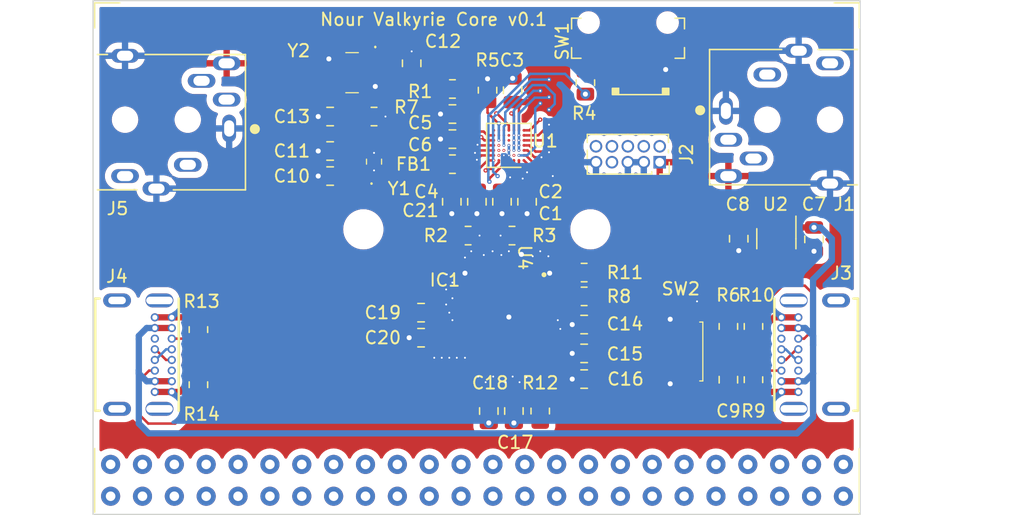
<source format=kicad_pcb>
(kicad_pcb (version 20211014) (generator pcbnew)
  (layers (0 "F.Cu" power) (1 "In1.Cu" signal) (2 "In2.Cu" signal) (31 "B.Cu" power) (34 "B.Paste" user) (35 "F.Paste" user) (36 "B.SilkS" user "B.Silkscreen") (37 "F.SilkS" user "F.Silkscreen") (38 "B.Mask" user) (39 "F.Mask" user) (44 "Edge.Cuts" user))
  (net 0 "")
  (net 1 "VCC")
  (net 2 "GND")
  (net 3 "VBUS")
  (net 8 "Net-(IC1-Pad35)")
  (net 9 "Net-(IC1-Pad46)")
  (net 10 "Net-(IC1-Pad47)")
  (net 12 "/core/VDDA")
  (net 13 "/core/~{RST}")
  (net 14 "/core/OSC32_IN")
  (net 15 "/core/OSC32_OUT")
  (net 16 "/core/OSC_IN")
  (net 17 "Net-(C13-Pad1)")
  (net 18 "/core/LED.SW_GREEN4")
  (net 19 "/core/LED.SW_RED4")
  (net 20 "/core/LED.SW_BLUE4")
  (net 21 "/core/LED.SW_GREEN3")
  (net 22 "/core/LED.SW_RED3")
  (net 23 "/core/LED.SW_BLUE3")
  (net 24 "/core/LED.SW_GREEN2")
  (net 25 "/core/LED.SW_RED2")
  (net 26 "/core/LED.SW_BLUE2")
  (net 27 "/core/LED.SW_GREEN1")
  (net 28 "/core/LED.SW_RED1")
  (net 29 "/core/LED.SW_BLUE1")
  (net 30 "/core/LED.CS_COL1")
  (net 31 "/core/LED.CS_COL2")
  (net 32 "/core/LED.CS_COL3")
  (net 33 "/core/LED.CS_COL4")
  (net 34 "/core/LED.CS_COL5")
  (net 35 "/core/LED.CS_COL6")
  (net 36 "/core/LED.CS_COL7")
  (net 37 "/core/LED.CS_COL8")
  (net 38 "/core/LED.CS_COL9")
  (net 39 "/core/LED.CS_COL10")
  (net 40 "/core/LED.CS_COL11")
  (net 41 "/core/LED.CS_COL12")
  (net 42 "/core/LED.CS_COL13")
  (net 43 "/core/LED.CS_COL14")
  (net 44 "/core/LED.CS_COL15")
  (net 45 "/core/LED.CS_COL16")
  (net 46 "/core/I2C_SDA")
  (net 47 "/core/I2C_SCL")
  (net 48 "/core/USART.RX")
  (net 49 "/core/USART.TX")
  (net 50 "/core/SWDIO")
  (net 51 "/core/SWCLK")
  (net 55 "Net-(J3-PadA5)")
  (net 56 "/core/D+")
  (net 57 "/core/D-")
  (net 59 "Net-(J3-PadB5)")
  (net 61 "/core/VREF+")
  (net 62 "/core/BOOT0")
  (net 63 "/core/OSC_OUT")
  (net 64 "/core/KEY.ROW10")
  (net 65 "/core/KEY.ROW6")
  (net 66 "/core/KEY.ROW8")
  (net 67 "/core/KEY.COL4")
  (net 68 "/core/KEY.ROW7")
  (net 69 "/core/KEY.COL1")
  (net 70 "/core/KEY.COL3")
  (net 71 "/core/KEY.ROW2")
  (net 72 "/core/KEY.COL2")
  (net 73 "/core/KEY.ROW9")
  (net 74 "/core/KEY.ROW4")
  (net 75 "/core/KEY.COL10")
  (net 76 "/core/KEY.ROW5")
  (net 77 "/core/TSC.G1_IO2")
  (net 78 "/core/TSC.G1_IO1")
  (net 79 "/core/KEY.ROW1")
  (net 80 "/core/KEY.COL9")
  (net 81 "/core/KEY.COL8")
  (net 82 "/core/KEY.COL6")
  (net 83 "/core/TSC.G2_IO4")
  (net 84 "/core/TSC.G2_IO1")
  (net 85 "/core/TSC.G1_IO3")
  (net 86 "/core/KEY.COL7")
  (net 87 "/core/KEY.COL5")
  (net 88 "/core/KEY.ROW3")
  (net 89 "/core/TSC.G2_IO3")
  (net 90 "/core/TSC.G2_IO2")
  (net 91 "/core/TSC.G1_IO4")
  (net 94 "Net-(R4-Pad2)")
  (net 95 "Net-(J4-PadA5)")
  (net 96 "Net-(J4-PadB5)")
  (net 97 "Net-(J1-Pad2)")
  (net 98 "Net-(J5-Pad2)")
  (footprint "Capacitor_SMD:C_0805_2012Metric" (layer "F.Cu") (at 108.65 136.05 180)
    (fp_text reference "C6")
    (fp_text value "100nF")
  )
  (footprint "Resistor_SMD:R_0805_2012Metric" (layer "F.Cu") (at 109.9 143.75 180)
    (fp_text reference "R2")
    (fp_text value "4k7")
  )
  (footprint "Resistor_SMD:R_0805_2012Metric" (layer "F.Cu") (at 108.65 138.05)
    (fp_text reference "FB1")
    (fp_text value "FerriteBead" hide)
  )
  (footprint "Resistor_SMD:R_0805_2012Metric" (layer "F.Cu") (at 115.65 157.75 -90)
    (fp_text reference "R12")
    (fp_text value "R" hide)
  )
  (footprint "Resistor_SMD:R_0805_2012Metric" (layer "F.Cu") (at 102.4 134.25 180)
    (fp_text reference "R7")
    (fp_text value "1990")
  )
  (footprint "Nour_KB:GCT_USB4085-GF-A_REVA4" (layer "F.Cu") (at 82.25 153.25 -90)
    (fp_text reference "J4")
    (fp_text value "USB_C_Receptacle_USB2.0")
  )
  (footprint "Resistor_SMD:R_0805_2012Metric" (layer "F.Cu") (at 130.65 151 90)
    (fp_text reference "R6")
    (fp_text value "100K")
  )
  (footprint "MountingHole:MountingHole_2.2mm_M2" (layer "F.Cu") (at 101.55 143.25)
    (fp_text reference "REF**" hide)
    (fp_text value "MountingHole")
  )
  (footprint "Nour_KB:EVQP9102W" (layer "F.Cu") (at 126.8625 153)
    (fp_text reference "SW2")
    (fp_text value "SW_SPST_G" hide)
  )
  (footprint "Capacitor_SMD:C_0805_2012Metric" (layer "F.Cu") (at 108.6 141.05 -90)
    (fp_text reference "C4")
    (fp_text value "10uF")
  )
  (footprint "Resistor_SMD:R_0805_2012Metric" (layer "F.Cu") (at 111.45 132.15 90)
    (fp_text reference "R5")
    (fp_text value "10K")
  )
  (footprint "Nour_KB:ECS801830BAGNTR" (layer "F.Cu") (at 100.65 130.75 180)
    (fp_text reference "Y2")
    (fp_text value "8MHz" hide)
  )
  (footprint "Nour_KB:CSS-1211TB" (layer "F.Cu") (at 122.65 128 180)
    (fp_text reference "SW1")
    (fp_text value "SW_SPDT")
  )
  (footprint "Nour_KB:GCT_USB4085-GF-A_REVA4" (layer "F.Cu") (at 138.9 153.25 90)
    (fp_text reference "J3")
    (fp_text value "USB_C_Receptacle_USB2.0")
  )
  (footprint "Capacitor_SMD:C_0805_2012Metric" (layer "F.Cu") (at 105.4 130 -90)
    (fp_text reference "C12")
    (fp_text value "10pF")
  )
  (footprint "Capacitor_SMD:C_0805_2012Metric" (layer "F.Cu") (at 119.15 155.2 180)
    (fp_text reference "C16")
    (fp_text value "0.1uF")
  )
  (footprint "Nour_KB:Nour_Core" (layer "F.Cu") (at 113.15 145.5 -90)
    (fp_text reference "U4")
    (fp_text value "NourK_Core")
  )
  (footprint "Capacitor_SMD:C_0805_2012Metric" (layer "F.Cu") (at 119.15 150.85 180)
    (fp_text reference "C14")
    (fp_text value "0.47uF")
  )
  (footprint "Nour_KB:QFN40P600X600X80-49N-D" (layer "F.Cu") (at 113.15 150.25 -90)
    (fp_text reference "IC1")
    (fp_text value "IS31FL3733B-QFLS4-TR" hide)
  )
  (footprint "Resistor_SMD:R_0805_2012Metric" (layer "F.Cu") (at 113.4 143.75 180)
    (fp_text reference "R3")
    (fp_text value "4k7")
  )
  (footprint "Capacitor_SMD:C_0805_2012Metric" (layer "F.Cu") (at 111.55 157.75 -90)
    (fp_text reference "C18")
    (fp_text value "0.1uF")
  )
  (footprint "Capacitor_SMD:C_0805_2012Metric" (layer "F.Cu") (at 98.9 134.25 180)
    (fp_text reference "C13")
    (fp_text value "10pF")
  )
  (footprint "Capacitor_SMD:C_0805_2012Metric" (layer "F.Cu") (at 98.9 137 180)
    (fp_text reference "C11")
    (fp_text value "7pF")
  )
  (footprint "Nour_KB:ECS327712TR" (layer "F.Cu") (at 102.4 137.85 90)
    (fp_text reference "Y1")
    (fp_text value "32.768KHz" hide)
  )
  (footprint "Resistor_SMD:R_0805_2012Metric" (layer "F.Cu") (at 108.65 132.05)
    (fp_text reference "R1")
    (fp_text value "10K")
  )
  (footprint "Capacitor_SMD:C_0805_2012Metric" (layer "F.Cu") (at 130.65 155.25 90)
    (fp_text reference "C9")
    (fp_text value "10nF")
  )
  (footprint "Nour_KB:ST_WLCSP-49_Die447" (layer "F.Cu") (at 113.15 136.55 180)
    (fp_text reference "U1")
    (fp_text value "STM32L082CZYx")
  )
  (footprint "Resistor_SMD:R_0805_2012Metric" (layer "F.Cu") (at 119.15 148.6 180)
    (fp_text reference "R8")
    (fp_text value "100K")
  )
  (footprint "MountingHole:MountingHole_2.2mm_M2" (layer "F.Cu") (at 119.65 143.25)
    (fp_text reference "REF**" hide)
    (fp_text value "MountingHole")
  )
  (footprint "Capacitor_SMD:C_0805_2012Metric" (layer "F.Cu") (at 131.474878 144 -90)
    (fp_text reference "C8")
    (fp_text value "1uF")
  )
  (footprint "Capacitor_SMD:C_0805_2012Metric" (layer "F.Cu") (at 106.15 151.9 180)
    (fp_text reference "C20")
    (fp_text value "0.1uF")
  )
  (footprint "Resistor_SMD:R_0805_2012Metric" (layer "F.Cu") (at 132.65 155.25 -90)
    (fp_text reference "R9")
    (fp_text value "5K1")
  )
  (footprint "Capacitor_SMD:C_0805_2012Metric" (layer "F.Cu") (at 119.15 153.15 180)
    (fp_text reference "C15")
    (fp_text value "0.47uF")
  )
  (footprint "Capacitor_SMD:C_0805_2012Metric" (layer "F.Cu") (at 137.474878 144.05 -90)
    (fp_text reference "C7")
    (fp_text value "1uF")
  )
  (footprint "Resistor_SMD:R_0805_2012Metric" (layer "F.Cu") (at 88.4 151.25 -90)
    (fp_text reference "R13")
    (fp_text value "5K1")
  )
  (footprint "Nour_KB:CUI_SJ-435107RS" (layer "F.Cu") (at 135.15 134.5 180)
    (fp_text reference "J1")
    (fp_text value "SJ-435107RS")
  )
  (footprint "Resistor_SMD:R_0805_2012Metric" (layer "F.Cu") (at 88.4 155.65 -90)
    (fp_text reference "R14")
    (fp_text value "5K1")
  )
  (footprint "Capacitor_SMD:C_0805_2012Metric" (layer "F.Cu") (at 106.15 149.9 180)
    (fp_text reference "C19")
    (fp_text value "0.47uF")
  )
  (footprint "Capacitor_SMD:C_0805_2012Metric" (layer "F.Cu") (at 113.55 157.75 -90)
    (fp_text reference "C17")
    (fp_text value "0.47uF")
  )
  (footprint "Resistor_SMD:R_0805_2012Metric" (layer "F.Cu") (at 119.25 131.55 90)
    (fp_text reference "R4")
    (fp_text value "10K")
  )
  (footprint "Capacitor_SMD:C_0805_2012Metric" (layer "F.Cu") (at 112.6 141.05 -90)
    (fp_text reference "C2")
    (fp_text value "100nF")
  )
  (footprint "Capacitor_SMD:C_0805_2012Metric" (layer "F.Cu") (at 110.6 141.05 -90)
    (fp_text reference "C21")
    (fp_text value "100nF")
  )
  (footprint "Capacitor_SMD:C_0805_2012Metric" (layer "F.Cu") (at 113.45 132.15 90)
    (fp_text reference "C3")
    (fp_text value "100nF")
  )
  (footprint "Connector_PinSocket_1.27mm:PinSocket_2x05_P1.27mm_Vertical" (layer "F.Cu") (at 125.175 137.895 -90)
    (fp_text reference "J2")
    (fp_text value "Conn_ARM_JTAG_SWD_10")
  )
  (footprint "Package_TO_SOT_SMD:SOT-23-5" (layer "F.Cu") (at 134.474878 144 -90)
    (fp_text reference "U2")
    (fp_text value "AP2112K-3.3")
  )
  (footprint "Resistor_SMD:R_0805_2012Metric" (layer "F.Cu") (at 132.65 151 -90)
    (fp_text reference "R10")
    (fp_text value "5K1")
  )
  (footprint "Capacitor_SMD:C_0805_2012Metric" (layer "F.Cu") (at 108.65 134.05 180)
    (fp_text reference "C5")
    (fp_text value "1uF")
  )
  (footprint "Capacitor_SMD:C_0805_2012Metric" (layer "F.Cu") (at 114.6 141.05 -90)
    (fp_text reference "C1")
    (fp_text value "100nF")
  )
  (footprint "Nour_KB:CUI_SJ-435107RS" (layer "F.Cu") (at 86.15 134.5)
    (fp_text reference "J5")
    (fp_text value "SJ-435107RS")
  )
  (footprint "Capacitor_SMD:C_0805_2012Metric" (layer "F.Cu") (at 98.9 139 180)
    (fp_text reference "C10")
    (fp_text value "7pF")
  )
  (footprint "Resistor_SMD:R_0805_2012Metric" (layer "F.Cu") (at 119.15 146.7)
    (fp_text reference "R11")
    (fp_text value "100K")
  )
  (gr_rect (start 141.15 125) (end 80 166) (layer "Edge.Cuts") (width 0.1) (fill none))
  (gr_text "Nour Valkyrie Core v0.1" (at 107.15 126.5) (layer "F.SilkS") (effects (font (size 1 1))))
  (segment (start 110.6 138.603656) (end 110.6 140.1) (width 0.2) (layer "F.Cu") (net 1))
  (segment (start 112.55 155.8) (end 111.55 156.8) (width 0.2) (layer "F.Cu") (net 1))
  (segment (start 112.55 153.2) (end 112.55 155.128248) (width 0.2) (layer "F.Cu") (net 1))
  (segment (start 108.977942 150.975) (end 109.102943 150.85) (width 0.2) (layer "F.Cu") (net 1))
  (segment (start 108.11 150.91) (end 107.1 149.9) (width 0.2) (layer "F.Cu") (net 1))
  (segment (start 119.095 152.145) (end 120.1 153.15) (width 0.2) (layer "F.Cu") (net 1))
  (segment (start 108.09 150.91) (end 107.1 151.9) (width 0.2) (layer "F.Cu") (net 1))
  (segment (start 115.25 138.65) (end 115.25 139.45) (width 0.2) (layer "F.Cu") (net 1))
  (segment (start 111.453656 137.75) (end 110.6 138.603656) (width 0.2) (layer "F.Cu") (net 1))
  (segment (start 116.1 152.05) (end 118.9 152.05) (width 0.2) (layer "F.Cu") (net 1))
  (segment (start 116.1 151.65) (end 117.1 151.65) (width 0.2) (layer "F.Cu") (net 1))
  (segment (start 118.9 152.05) (end 119 152.05) (width 0.2) (layer "F.Cu") (net 1))
  (segment (start 112.55 155.8) (end 113.55 156.8) (width 0.2) (layer "F.Cu") (net 1))
  (segment (start 112.425 155.253248) (end 112.425 155.675) (width 0.2) (layer "F.Cu") (net 1))
  (segment (start 113.95 133.6) (end 113.45 133.1) (width 0.2) (layer "F.Cu") (net 1))
  (segment (start 111.95 137.75) (end 111.453656 137.75) (width 0.2) (layer "F.Cu") (net 1))
  (segment (start 117.1 152.45) (end 117.405 152.145) (width 0.2) (layer "F.Cu") (net 1))
  (segment (start 112.55 155.128248) (end 112.425 155.253248) (width 0.2) (layer "F.Cu") (net 1))
  (segment (start 115.25 139.45) (end 114.6 140.1) (width 0.2) (layer "F.Cu") (net 1))
  (segment (start 117.1 151.65) (end 117.35 151.9) (width 0.2) (layer "F.Cu") (net 1))
  (segment (start 108.11 150.91) (end 108.09 150.91) (width 0.2) (layer "F.Cu") (net 1))
  (segment (start 118.9 152.05) (end 119.05 151.9) (width 0.2) (layer "F.Cu") (net 1))
  (segment (start 109.102943 150.85) (end 110.2 150.85) (width 0.2) (layer "F.Cu") (net 1))
  (segment (start 117.35 151.9) (end 119.05 151.9) (width 0.2) (layer "F.Cu") (net 1))
  (segment (start 108.155 150.975) (end 108.977942 150.975) (width 0.2) (layer "F.Cu") (net 1))
  (segment (start 116.1 152.45) (end 117.1 152.45) (width 0.2) (layer "F.Cu") (net 1))
  (segment (start 114.35 137.75) (end 115.25 138.65) (width 0.2) (layer "F.Cu") (net 1))
  (segment (start 112.425 155.675) (end 112.55 155.8) (width 0.2) (layer "F.Cu") (net 1))
  (segment (start 119.05 151.9) (end 120.1 150.85) (width 0.2) (layer "F.Cu") (net 1))
  (segment (start 108.09 150.91) (end 108.155 150.975) (width 0.2) (layer "F.Cu") (net 1))
  (segment (start 113.95 135.35) (end 113.95 133.6) (width 0.2) (layer "F.Cu") (net 1))
  (segment (start 117.405 152.145) (end 119.095 152.145) (width 0.2) (layer "F.Cu") (net 1))
  (segment (start 119 152.05) (end 119.095 152.145) (width 0.2) (layer "F.Cu") (net 1))
  (via blind (at 112.35 137.35) (size 0.22) (drill 0.12) (layers "F.Cu" "In1.Cu") (net 1))
  (via blind (at 111.95 137.75) (size 0.22) (drill 0.12) (layers "F.Cu" "In1.Cu") (net 1))
  (segment (start 135.079634 144) (end 136.474878 144) (width 0.5) (layer "F.Cu") (net 2))
  (segment (start 134.474878 143.395244) (end 135.079634 144) (width 0.5) (layer "F.Cu") (net 2))
  (segment (start 113.75 147.3) (end 113.75 145.65) (width 0.2) (layer "F.Cu") (net 2))
  (segment (start 120.0625 146.7) (end 119.27 147.4925) (width 0.2) (layer "F.Cu") (net 2))
  (segment (start 134.875 150.275) (end 134.2875 150.275) (width 0.5) (layer "F.Cu") (net 2))
  (segment (start 124.8375 153) (end 124.8375 151.6) (width 0.2) (layer "F.Cu") (net 2))
  (segment (start 115.088799 154.561201) (end 115.088799 155.796668) (width 0.2) (layer "F.Cu") (net 2))
  (segment (start 114.555 156.330467) (end 114.555 157.695) (width 0.2) (layer "F.Cu") (net 2))
  (segment (start 102.5 131.85) (end 104.5 131.85) (width 0.3) (layer "F.Cu") (net 2))
  (segment (start 84.925 156.225) (end 86.275 156.225) (width 0.5) (layer "F.Cu") (net 2))
  (segment (start 134.875 156.225) (end 132.7125 156.225) (width 0.5) (layer "F.Cu") (net 2))
  (segment (start 115.65 158.6625) (end 113.5875 158.6625) (width 0.2) (layer "F.Cu") (net 2))
  (segment (start 116.1 150.05) (end 116.105 150.045) (width 0.2) (layer "F.Cu") (net 2))
  (segment (start 86.275 156.225) (end 86.9125 156.225) (width 0.5) (layer "F.Cu") (net 2))
  (segment (start 132.7125 156.225) (end 132.65 156.1625) (width 0.5) (layer "F.Cu") (net 2))
  (segment (start 105.2 149.9) (end 105.2 151.9) (width 0.3) (layer "F.Cu") (net 2))
  (segment (start 104.5 131.85) (end 105.4 130.95) (width 0.3) (layer "F.Cu") (net 2))
  (segment (start 118.2 149.95) (end 118.2 150.85) (width 0.2) (layer "F.Cu") (net 2))
  (segment (start 124.8375 151.6) (end 126.0125 150.425) (width 0.2) (layer "F.Cu") (net 2))
  (segment (start 124.8375 153) (end 124.8375 154.4) (width 0.2) (layer "F.Cu") (net 2))
  (segment (start 110.95 147.3) (end 110.2 147.3) (width 0.2) (layer "F.Cu") (net 2))
  (segment (start 134.474878 143.395244) (end 133.825122 144.045) (width 0.5) (layer "F.Cu") (net 2))
  (segment (start 117.9 149.65) (end 118.2 149.95) (width 0.2) (layer "F.Cu") (net 2))
  (segment (start 115.088799 155.796668) (end 114.555 156.330467) (width 0.2) (layer "F.Cu") (net 2))
  (segment (start 88.3375 150.275) (end 88.4 150.3375) (width 0.5) (layer "F.Cu") (net 2))
  (segment (start 113.75 145.65) (end 114.15 145.25) (width 0.2) (layer "F.Cu") (net 2))
  (segment (start 86.9125 156.225) (end 88.4 154.7375) (width 0.5) (layer "F.Cu") (net 2))
  (segment (start 113.4125 131.2375) (end 113.45 131.2) (width 0.2) (layer "F.Cu") (net 2))
  (segment (start 110.2 147.3) (end 109.65 146.75) (width 0.2) (layer "F.Cu") (net 2))
  (segment (start 113.5875 158.6625) (end 113.55 158.7) (width 0.2) (layer "F.Cu") (net 2))
  (segment (start 116.1 148.05) (end 116.1 147.05) (width 0.2) (layer "F.Cu") (net 2))
  (segment (start 111.45 131.2375) (end 113.4125 131.2375) (width 0.2) (layer "F.Cu") (net 2))
  (segment (start 133.825122 144.045) (end 132.379878 144.045) (width 0.5) (layer "F.Cu") (net 2))
  (segment (start 114.55 154.022401) (end 114.55 153.2) (width 0.2) (layer "F.Cu") (net 2))
  (segment (start 136.225 150.275) (end 134.875 150.275) (width 0.5) (layer "F.Cu") (net 2))
  (segment (start 119.27 149.78) (end 118.2 150.85) (width 0.2) (layer "F.Cu") (net 2))
  (segment (start 107.7 136.05) (end 107.7 134.05) (width 0.2) (layer "F.Cu") (net 2))
  (segment (start 119.27 147.4925) (end 119.27 149.78) (width 0.2) (layer "F.Cu") (net 2))
  (segment (start 117.395 150.045) (end 118.2 150.85) (width 0.2) (layer "F.Cu") (net 2))
  (segment (start 86.275 150.275) (end 88.3375 150.275) (width 0.5) (layer "F.Cu") (net 2))
  (segment (start 124.8375 154.4) (end 126.0125 155.575) (width 0.2) (layer "F.Cu") (net 2))
  (segment (start 84.925 150.275) (end 86.275 150.275) (width 0.5) (layer "F.Cu") (net 2))
  (segment (start 130.7875 154.3) (end 132.65 156.1625) (width 0.5) (layer "F.Cu") (net 2))
  (segment (start 116.105 150.045) (end 117.395 150.045) (width 0.2) (layer "F.Cu") (net 2))
  (segment (start 134.2875 150.275) (end 132.65 151.9125) (width 0.5) (layer "F.Cu") (net 2))
  (segment (start 136.474878 144) (end 137.474878 145) (width 0.5) (layer "F.Cu") (net 2))
  (segment (start 130.65 154.3) (end 130.7875 154.3) (width 0.5) (layer "F.Cu") (net 2))
  (segment (start 114.555 157.695) (end 113.55 158.7) (width 0.2) (layer "F.Cu") (net 2))
  (segment (start 132.379878 144.045) (end 131.474878 144.95) (width 0.5) (layer "F.Cu") (net 2))
  (segment (start 116.1 147.05) (end 116.4 146.75) (width 0.2) (layer "F.Cu") (net 2))
  (segment (start 136.225 156.225) (end 134.875 156.225) (width 0.5) (layer "F.Cu") (net 2))
  (segment (start 115.088799 154.561201) (end 114.55 154.022401) (width 0.2) (layer "F.Cu") (net 2))
  (segment (start 116.1 149.65) (end 117.9 149.65) (width 0.2) (layer "F.Cu") (net 2))
  (segment (start 134.474878 142.8625) (end 134.474878 143.395244) (width 0.5) (layer "F.Cu") (net 2))
  (via (at 118.2 155.2) (size 0.8) (drill 0.4) (layers "F.Cu" "B.Cu") (net 2))
  (via (at 131.474878 144.95) (size 0.8) (drill 0.4) (layers "F.Cu" "B.Cu") (net 2))
  (via (at 114.15 145.25) (size 0.8) (drill 0.4) (layers "F.Cu" "B.Cu") (net 2))
  (via (at 107.7 134.05) (size 0.8) (drill 0.4) (layers "F.Cu" "B.Cu") (net 2))
  (via (at 102.5 131.85) (size 0.8) (drill 0.4) (layers "F.Cu" "B.Cu") (net 2))
  (via (at 116.4 146.75) (size 0.8) (drill 0.4) (layers "F.Cu" "B.Cu") (net 2))
  (via (at 112.6 142) (size 0.8) (drill 0.4) (layers "F.Cu" "B.Cu") (net 2))
  (via (at 113.45 131.2) (size 0.8) (drill 0.4) (layers "F.Cu" "B.Cu") (net 2))
  (via (at 118.2 150.85) (size 0.8) (drill 0.4) (layers "F.Cu" "B.Cu") (net 2))
  (via (at 98.8 129.65) (size 0.8) (drill 0.4) (layers "F.Cu" "B.Cu") (net 2))
  (via (at 111.55 158.7) (size 0.8) (drill 0.4) (layers "F.Cu" "B.Cu") (net 2))
  (via (at 97.95 134.25) (size 0.8) (drill 0.4) (layers "F.Cu" "B.Cu") (net 2))
  (via (at 137.474878 145) (size 0.8) (drill 0.4) (layers "F.Cu" "B.Cu") (net 2))
  (via (at 107.7 136.05) (size 0.8) (drill 0.4) (layers "F.Cu" "B.Cu") (net 2))
  (via (at 126.0125 155.575) (size 0.8) (drill 0.4) (layers "F.Cu" "B.Cu") (net 2))
  (via (at 110.6 142) (size 0.8) (drill 0.4) (layers "F.Cu" "B.Cu") (net 2))
  (via (at 113.15 150.25) (size 0.8) (drill 0.4) (layers "F.Cu" "B.Cu") (net 2))
  (via (at 109.65 146.75) (size 0.8) (drill 0.4) (layers "F.Cu" "B.Cu") (net 2))
  (via (at 97.95 137) (size 0.8) (drill 0.4) (layers "F.Cu" "B.Cu") (net 2))
  (via (at 118.2 153.15) (size 0.8) (drill 0.4) (layers "F.Cu" "B.Cu") (net 2))
  (via (at 108.6 142) (size 0.8) (drill 0.4) (layers "F.Cu" "B.Cu") (net 2))
  (via (at 125.65 130.5) (size 0.8) (drill 0.4) (layers "F.Cu" "B.Cu") (net 2))
  (via (at 113.55 158.7) (size 0.8) (drill 0.4) (layers "F.Cu" "B.Cu") (net 2))
  (via (at 97.95 139) (size 0.8) (drill 0.4) (layers "F.Cu" "B.Cu") (net 2))
  (via (at 105.2 151.9) (size 0.8) (drill 0.4) (layers "F.Cu" "B.Cu") (net 2))
  (via (at 126.0125 150.425) (size 0.8) (drill 0.4) (layers "F.Cu" "B.Cu") (net 2))
  (via (at 114.6 142) (size 0.8) (drill 0.4) (layers "F.Cu" "B.Cu") (net 2))
  (via micro (at 113.15 136.55) (size 0.22) (drill 0.12) (layers "F.Cu" "B.Cu") (net 2))
  (via (at 111.45 131.2375) (size 0.8) (drill 0.4) (layers "F.Cu" "B.Cu") (net 2))
  (segment (start 113.15 136.55) (end 113.15 141.45) (width 0.2) (layer "B.Cu") (net 2))
  (segment (start 113.15 141.45) (end 112.6 142) (width 0.2) (layer "B.Cu") (net 2))
  (segment (start 84.925 151.125) (end 86.275 151.125) (width 0.5) (layer "F.Cu") (net 3))
  (segment (start 84.925 155.375) (end 86.275 155.375) (width 0.5) (layer "F.Cu") (net 3))
  (segment (start 136.225 155.375) (end 134.875 155.375) (width 0.5) (layer "F.Cu") (net 3))
  (segment (start 137.474878 143.1) (end 135.662378 143.1) (width 0.5) (layer "F.Cu") (net 3))
  (segment (start 135.424878 142.329756) (end 134.865122 141.77) (width 0.5) (layer "F.Cu") (net 3))
  (segment (start 135.662378 143.1) (end 135.424878 142.8625) (width 0.5) (layer "F.Cu") (net 3))
  (segment (start 134.084634 141.77) (end 133.524878 142.329756) (width 0.5) (layer "F.Cu") (net 3))
  (segment (start 133.524878 142.329756) (end 133.524878 142.8625) (width 0.5) (layer "F.Cu") (net 3))
  (segment (start 134.865122 141.77) (end 134.084634 141.77) (width 0.5) (layer "F.Cu") (net 3))
  (segment (start 135.424878 142.8625) (end 135.424878 142.329756) (width 0.5) (layer "F.Cu") (net 3))
  (segment (start 136.225 151.125) (end 134.875 151.125) (width 0.5) (layer "F.Cu") (net 3))
  (via (at 137.474878 143.1) (size 0.8) (drill 0.4) (layers "F.Cu" "B.Cu") (net 3))
  (segment (start 136.775 151.125) (end 137.4 151.75) (width 0.5) (layer "B.Cu") (net 3))
  (segment (start 137.4 152.5) (end 137.4 147.25) (width 0.5) (layer "B.Cu") (net 3))
  (segment (start 138.9 145.75) (end 138.9 144) (width 0.5) (layer "B.Cu") (net 3))
  (segment (start 84.43 159.53) (end 136.12 159.53) (width 0.5) (layer "B.Cu") (net 3))
  (segment (start 137.474878 143.1) (end 138 143.1) (width 0.5) (layer "B.Cu") (net 3))
  (segment (start 83.65 158.75) (end 84.43 159.53) (width 0.5) (layer "B.Cu") (net 3))
  (segment (start 137.4 151.75) (end 137.4 152.5) (width 0.5) (layer "B.Cu") (net 3))
  (segment (start 83.65 151.75) (end 84.275 151.125) (width 0.5) (layer "B.Cu") (net 3))
  (segment (start 83.65 154.5) (end 83.65 152) (width 0.5) (layer "B.Cu") (net 3))
  (segment (start 137.4 147.25) (end 138.9 145.75) (width 0.5) (layer "B.Cu") (net 3))
  (segment (start 136.12 159.53) (end 137.4 158.25) (width 0.5) (layer "B.Cu") (net 3))
  (segment (start 83.65 152) (end 83.65 151.75) (width 0.5) (layer "B.Cu") (net 3))
  (segment (start 84.925 155.375) (end 84.275 155.375) (width 0.5) (layer "B.Cu") (net 3))
  (segment (start 84.275 155.375) (end 83.65 154.75) (width 0.5) (layer "B.Cu") (net 3))
  (segment (start 137.4 154.75) (end 136.775 155.375) (width 0.5) (layer "B.Cu") (net 3))
  (segment (start 83.65 154.75) (end 83.65 154.5) (width 0.5) (layer "B.Cu") (net 3))
  (segment (start 138 143.1) (end 138.9 144) (width 0.5) (layer "B.Cu") (net 3))
  (segment (start 136.225 151.125) (end 136.775 151.125) (width 0.5) (layer "B.Cu") (net 3))
  (segment (start 84.275 151.125) (end 84.925 151.125) (width 0.5) (layer "B.Cu") (net 3))
  (segment (start 137.4 158.25) (end 137.4 154.75) (width 0.5) (layer "B.Cu") (net 3))
  (segment (start 83.65 154.5) (end 83.65 158.75) (width 0.5) (layer "B.Cu") (net 3))
  (segment (start 137.4 152.5) (end 137.4 154.75) (width 0.5) (layer "B.Cu") (net 3))
  (segment (start 136.775 155.375) (end 136.225 155.375) (width 0.5) (layer "B.Cu") (net 3))
  (segment (start 114.95 153.2) (end 114.95 153.885) (width 0.2) (layer "F.Cu") (net 8))
  (segment (start 114.95 153.885) (end 115.65 154.585) (width 0.2) (layer "F.Cu") (net 8))
  (segment (start 115.65 154.585) (end 115.65 156.8375) (width 0.2) (layer "F.Cu") (net 8))
  (segment (start 116.1 148.85) (end 117.9875 148.85) (width 0.2) (layer "F.Cu") (net 9))
  (segment (start 117.9875 148.85) (end 118.2375 148.6) (width 0.2) (layer "F.Cu") (net 9))
  (segment (start 118.2375 147.0125) (end 118.2375 146.7) (width 0.2) (layer "F.Cu") (net 10))
  (segment (start 116.8 148.45) (end 118.2375 147.0125) (width 0.2) (layer "F.Cu") (net 10))
  (segment (start 116.1 148.45) (end 116.8 148.45) (width 0.2) (layer "F.Cu") (net 10))
  (segment (start 111.138468 135.445) (end 110.205 135.445) (width 0.2) (layer "F.Cu") (net 12))
  (segment (start 109.6 138.0125) (end 109.5625 138.05) (width 0.2) (layer "F.Cu") (net 12))
  (segment (start 110.205 135.445) (end 109.6 136.05) (width 0.2) (layer "F.Cu") (net 12))
  (segment (start 111.443468 135.75) (end 111.138468 135.445) (width 0.2) (layer "F.Cu") (net 12))
  (segment (start 111.95 135.75) (end 111.443468 135.75) (width 0.2) (layer "F.Cu") (net 12))
  (segment (start 109.6 136.05) (end 109.6 134.05) (width 0.2) (layer "F.Cu") (net 12))
  (segment (start 109.6 136.05) (end 109.6 138.0125) (width 0.2) (layer "F.Cu") (net 12))
  (segment (start 129.2375 150.0875) (end 129.2375 150.5) (width 0.2) (layer "F.Cu") (net 13))
  (segment (start 129.1625 150.425) (end 129.2375 150.5) (width 0.2) (layer "F.Cu") (net 13))
  (segment (start 127.7125 150.425) (end 129.1625 150.425) (width 0.2) (layer "F.Cu") (net 13))
  (segment (start 129.2375 150.5) (end 130.65 151.9125) (width 0.2) (layer "F.Cu") (net 13))
  (segment (start 127.7125 150.425) (end 127.7125 155.575) (width 0.2) (layer "F.Cu") (net 13))
  (segment (start 130.025 155.575) (end 130.65 156.2) (width 0.2) (layer "F.Cu") (net 13))
  (segment (start 127.7125 155.575) (end 130.025 155.575) (width 0.2) (layer "F.Cu") (net 13))
  (segment (start 129.2375 150.0875) (end 128.15 149) (width 0.2) (layer "F.Cu") (net 13))
  (via micro (at 112.75 136.55) (size 0.22) (drill 0.12) (layers "F.Cu" "B.Cu") (net 13))
  (via blind (at 128.149999 148.999599) (size 0.35) (drill 0.15) (layers "F.Cu" "In1.Cu") (net 13))
  (via blind (at 116.35 133.7) (size 0.35) (drill 0.15) (layers "In1.Cu" "B.Cu") (net 13))
  (segment (start 116.038468 131.745) (end 116.805 132.511532) (width 0.2) (layer "B.Cu") (net 13))
  (segment (start 116.805 133.245) (end 116.35 133.7) (width 0.2) (layer "B.Cu") (net 13))
  (segment (start 116.805 132.511532) (end 116.805 133.245) (width 0.2) (layer "B.Cu") (net 13))
  (segment (start 115.028652 131.745) (end 116.038468 131.745) (width 0.2) (layer "B.Cu") (net 13))
  (segment (start 112.861826 134.931642) (end 112.861826 133.911826) (width 0.2) (layer "B.Cu") (net 13))
  (segment (start 112.75 136.55) (end 112.75 135.043468) (width 0.2) (layer "B.Cu") (net 13))
  (segment (start 112.861826 133.911826) (end 115.028652 131.745) (width 0.2) (layer "B.Cu") (net 13))
  (segment (start 112.75 135.043468) (end 112.861826 134.931642) (width 0.2) (layer "B.Cu") (net 13))
  (segment (start 99.85 139) (end 101.95 139) (width 0.3) (layer "F.Cu") (net 14))
  (segment (start 101.95 139) (end 102.4 138.55) (width 0.3) (layer "F.Cu") (net 14))
  (via blind (at 112.35 136.95) (size 0.22) (drill 0.12) (layers "F.Cu" "In1.Cu") (net 14))
  (via blind (at 102.4 138.55) (size 0.35) (drill 0.15) (layers "F.Cu" "In1.Cu") (net 14))
  (segment (start 110.645 136.955) (end 110.45 137.15) (width 0.2) (layer "F.Cu") (net 15))
  (segment (start 100 137.15) (end 99.85 137) (width 0.3) (layer "F.Cu") (net 15))
  (segment (start 111.95 136.95) (end 111.945 136.955) (width 0.2) (layer "F.Cu") (net 15))
  (segment (start 111.945 136.955) (end 110.645 136.955) (width 0.2) (layer "F.Cu") (net 15))
  (segment (start 102.4 137.15) (end 100 137.15) (width 0.3) (layer "F.Cu") (net 15))
  (via blind (at 102.4 137.15) (size 0.35) (drill 0.15) (layers "F.Cu" "In1.Cu") (net 15))
  (via blind (at 110.45 137.15) (size 0.35) (drill 0.15) (layers "F.Cu" "In1.Cu") (net 15))
  (segment (start 104.8 129.65) (end 105.4 129.05) (width 0.3) (layer "F.Cu") (net 16))
  (segment (start 102.5 129.65) (end 104.8 129.65) (width 0.3) (layer "F.Cu") (net 16))
  (via blind (at 105.4 129.05) (size 0.35) (drill 0.15) (layers "F.Cu" "In1.Cu") (net 16))
  (via blind (at 112.35 136.55) (size 0.22) (drill 0.12) (layers "F.Cu" "In1.Cu") (net 16))
  (segment (start 99.85 134.25) (end 99.85 132.9) (width 0.3) (layer "F.Cu") (net 17))
  (segment (start 101.4875 134.25) (end 99.85 134.25) (width 0.3) (layer "F.Cu") (net 17))
  (segment (start 99.85 132.9) (end 98.8 131.85) (width 0.3) (layer "F.Cu") (net 17))
  (segment (start 115.4806 146.314914) (end 115.310086 146.314914) (width 0.2) (layer "F.Cu") (net 18))
  (segment (start 114.95 146.675) (end 114.95 147.3) (width 0.2) (layer "F.Cu") (net 18))
  (segment (start 116.3 145.495514) (end 115.4806 146.314914) (width 0.2) (layer "F.Cu") (net 18))
  (segment (start 115.310086 146.314914) (end 114.95 146.675) (width 0.2) (layer "F.Cu") (net 18))
  (segment (start 116.3 145.4) (end 116.3 145.495514) (width 0.2) (layer "F.Cu") (net 18))
  (via blind (at 116.3 145.4) (size 0.35) (drill 0.15) (layers "F.Cu" "In2.Cu") (net 18))
  (segment (start 115.314914 145.914914) (end 115.65 145.579828) (width 0.2) (layer "F.Cu") (net 19))
  (segment (start 114.55 146.509314) (end 115.1444 145.914914) (width 0.2) (layer "F.Cu") (net 19))
  (segment (start 115.1444 145.914914) (end 115.314914 145.914914) (width 0.2) (layer "F.Cu") (net 19))
  (segment (start 115.65 145.579828) (end 115.65 145) (width 0.2) (layer "F.Cu") (net 19))
  (segment (start 114.55 147.3) (end 114.55 146.509314) (width 0.2) (layer "F.Cu") (net 19))
  (via blind (at 115.65 145) (size 0.35) (drill 0.15) (layers "F.Cu" "In2.Cu") (net 19))
  (segment (start 115.05 145.4) (end 114.98995 145.4) (width 0.2) (layer "F.Cu") (net 20))
  (segment (start 114.98995 145.4) (end 114.15 146.23995) (width 0.2) (layer "F.Cu") (net 20))
  (segment (start 114.15 146.23995) (end 114.15 147.3) (width 0.2) (layer "F.Cu") (net 20))
  (via blind (at 115.05 145.4) (size 0.35) (drill 0.15) (layers "F.Cu" "In2.Cu") (net 20))
  (segment (start 113.35 145.2) (end 113.35 147.3) (width 0.2) (layer "F.Cu") (net 21))
  (segment (start 113.15 145) (end 113.35 145.2) (width 0.2) (layer "F.Cu") (net 21))
  (via blind (at 113.15 145) (size 0.35) (drill 0.15) (layers "F.Cu" "In2.Cu") (net 21))
  (segment (start 112.95 145.65) (end 112.95 147.3) (width 0.2) (layer "F.Cu") (net 22))
  (segment (start 112.6 145.3) (end 112.55 145.3) (width 0.2) (layer "F.Cu") (net 22))
  (segment (start 112.95 145.65) (end 112.6 145.3) (width 0.2) (layer "F.Cu") (net 22))
  (via blind (at 112.55 145.3) (size 0.35) (drill 0.15) (layers "F.Cu" "In2.Cu") (net 22))
  (segment (start 112.55 146) (end 111.85 145.3) (width 0.2) (layer "F.Cu") (net 23))
  (segment (start 112.55 146) (end 112.55 147.3) (width 0.2) (layer "F.Cu") (net 23))
  (segment (start 111.85 145.3) (end 111.85 145) (width 0.2) (layer "F.Cu") (net 23))
  (via blind (at 111.85 145) (size 0.35) (drill 0.15) (layers "F.Cu" "In2.Cu") (net 23))
  (segment (start 112.15 147.3) (end 112.15 146.25) (width 0.2) (layer "F.Cu") (net 24))
  (segment (start 111.2 145.3) (end 111.15 145.3) (width 0.2) (layer "F.Cu") (net 24))
  (segment (start 112.15 146.25) (end 111.2 145.3) (width 0.2) (layer "F.Cu") (net 24))
  (via blind (at 111.15 145.3) (size 0.35) (drill 0.15) (layers "F.Cu" "In2.Cu") (net 24))
  (segment (start 111.340686 146.1) (end 111.25 146.1) (width 0.2) (layer "F.Cu") (net 25))
  (segment (start 111.75 146.509314) (end 111.340686 146.1) (width 0.2) (layer "F.Cu") (net 25))
  (segment (start 111.75 147.3) (end 111.75 146.509314) (width 0.2) (layer "F.Cu") (net 25))
  (segment (start 111.25 146.1) (end 110.15 145) (width 0.2) (layer "F.Cu") (net 25))
  (via blind (at 110.15 145) (size 0.35) (drill 0.15) (layers "F.Cu" "In2.Cu") (net 25))
  (segment (start 110.65 146.5) (end 111.15 146.5) (width 0.2) (layer "F.Cu") (net 26))
  (segment (start 111.35 147.3) (end 111.35 146.7) (width 0.2) (layer "F.Cu") (net 26))
  (segment (start 109.65 145.5) (end 110.65 146.5) (width 0.2) (layer "F.Cu") (net 26))
  (segment (start 111.35 146.7) (end 111.15 146.5) (width 0.2) (layer "F.Cu") (net 26))
  (via blind (at 109.65 145.5) (size 0.35) (drill 0.15) (layers "F.Cu" "In2.Cu") (net 26))
  (segment (start 108.2 146.85) (end 108.675 146.85) (width 0.2) (layer "F.Cu") (net 27))
  (segment (start 109.875 148.05) (end 110.2 148.05) (width 0.2) (layer "F.Cu") (net 27))
  (segment (start 108.675 146.85) (end 109.875 148.05) (width 0.2) (layer "F.Cu") (net 27))
  (via blind (at 108.2 146.85) (size 0.35) (drill 0.15) (layers "F.Cu" "In2.Cu") (net 27))
  (segment (start 108.912744 147.75) (end 108.9 147.75) (width 0.2) (layer "F.Cu") (net 28))
  (segment (start 108.9 147.75) (end 108.65 147.5) (width 0.2) (layer "F.Cu") (net 28))
  (segment (start 110.2 148.45) (end 109.612744 148.45) (width 0.2) (layer "F.Cu") (net 28))
  (segment (start 109.612744 148.45) (end 108.912744 147.75) (width 0.2) (layer "F.Cu") (net 28))
  (via blind (at 108.65 147.5) (size 0.35) (drill 0.15) (layers "F.Cu" "In2.Cu") (net 28))
  (segment (start 108.948529 148.351471) (end 108.698529 148.101471) (width 0.2) (layer "F.Cu") (net 29))
  (segment (start 108.15 148.05) (end 108.634314 148.05) (width 0.2) (layer "F.Cu") (net 29))
  (segment (start 108.634314 148.05) (end 108.692157 148.107843) (width 0.2) (layer "F.Cu") (net 29))
  (segment (start 108.872058 148.275) (end 108.698529 148.101471) (width 0.2) (layer "F.Cu") (net 29))
  (segment (start 110.2 148.85) (end 109.447058 148.85) (width 0.2) (layer "F.Cu") (net 29))
  (segment (start 109.447058 148.85) (end 108.948529 148.351471) (width 0.2) (layer "F.Cu") (net 29))
  (via blind (at 108.15 148.05) (size 0.35) (drill 0.15) (layers "F.Cu" "In2.Cu") (net 29))
  (segment (start 110.2 149.25) (end 109.281372 149.25) (width 0.2) (layer "F.Cu") (net 30))
  (segment (start 108.781372 148.75) (end 108.65 148.75) (width 0.2) (layer "F.Cu") (net 30))
  (segment (start 109.281372 149.25) (end 108.781372 148.75) (width 0.2) (layer "F.Cu") (net 30))
  (via blind (at 108.65 148.75) (size 0.35) (drill 0.15) (layers "F.Cu" "In2.Cu") (net 30))
  (segment (start 108.715686 149.25) (end 108.15 149.25) (width 0.2) (layer "F.Cu") (net 31))
  (segment (start 110.2 149.65) (end 109.115686 149.65) (width 0.2) (layer "F.Cu") (net 31))
  (segment (start 109.115686 149.65) (end 108.715686 149.25) (width 0.2) (layer "F.Cu") (net 31))
  (via blind (at 108.15 149.25) (size 0.35) (drill 0.15) (layers "F.Cu" "In2.Cu") (net 31))
  (segment (start 108.8 149.9) (end 108.4 149.9) (width 0.2) (layer "F.Cu") (net 32))
  (segment (start 110.2 150.05) (end 108.95 150.05) (width 0.2) (layer "F.Cu") (net 32))
  (segment (start 108.95 150.05) (end 108.8 149.9) (width 0.2) (layer "F.Cu") (net 32))
  (via blind (at 108.4 149.9) (size 0.35) (drill 0.15) (layers "F.Cu" "In2.Cu") (net 32))
  (segment (start 110.2 150.45) (end 108.7 150.45) (width 0.2) (layer "F.Cu") (net 33))
  (segment (start 108.7 150.45) (end 108.65 150.5) (width 0.2) (layer "F.Cu") (net 33))
  (via blind (at 108.65 150.5) (size 0.35) (drill 0.15) (layers "F.Cu" "In2.Cu") (net 33))
  (segment (start 107.2 153.35) (end 107.2 153.5) (width 0.2) (layer "F.Cu") (net 34))
  (segment (start 109.3 151.25) (end 107.2 153.35) (width 0.2) (layer "F.Cu") (net 34))
  (segment (start 110.2 151.25) (end 109.3 151.25) (width 0.2) (layer "F.Cu") (net 34))
  (via blind (at 107.2 153.5) (size 0.35) (drill 0.15) (layers "F.Cu" "In2.Cu") (net 34))
  (segment (start 109.475 151.65) (end 107.8 153.325) (width 0.2) (layer "F.Cu") (net 35))
  (segment (start 110.2 151.65) (end 109.475 151.65) (width 0.2) (layer "F.Cu") (net 35))
  (segment (start 107.8 153.325) (end 107.8 153.5) (width 0.2) (layer "F.Cu") (net 35))
  (via blind (at 107.8 153.5) (size 0.35) (drill 0.15) (layers "F.Cu" "In2.Cu") (net 35))
  (segment (start 109.640686 152.05) (end 108.4 153.290686) (width 0.2) (layer "F.Cu") (net 36))
  (segment (start 108.4 153.290686) (end 108.4 153.5) (width 0.2) (layer "F.Cu") (net 36))
  (segment (start 110.2 152.05) (end 109.640686 152.05) (width 0.2) (layer "F.Cu") (net 36))
  (via blind (at 108.4 153.5) (size 0.35) (drill 0.15) (layers "F.Cu" "In2.Cu") (net 36))
  (segment (start 110.2 152.45) (end 109.95 152.45) (width 0.2) (layer "F.Cu") (net 37))
  (segment (start 109 153.4) (end 109 153.5) (width 0.2) (layer "F.Cu") (net 37))
  (segment (start 109.95 152.45) (end 109 153.4) (width 0.2) (layer "F.Cu") (net 37))
  (via blind (at 109 153.5) (size 0.35) (drill 0.15) (layers "F.Cu" "In2.Cu") (net 37))
  (segment (start 109.95 153.2) (end 109.65 153.5) (width 0.2) (layer "F.Cu") (net 38))
  (segment (start 110.95 153.2) (end 109.95 153.2) (width 0.2) (layer "F.Cu") (net 38))
  (via blind (at 109.65 153.5) (size 0.35) (drill 0.15) (layers "F.Cu" "In2.Cu") (net 38))
  (segment (start 111.35 153.2) (end 111.35 154.25) (width 0.2) (layer "F.Cu") (net 39))
  (segment (start 111.35 154.25) (end 110.7 154.9) (width 0.2) (layer "F.Cu") (net 39))
  (segment (start 110.7 154.9) (end 110.7 155) (width 0.2) (layer "F.Cu") (net 39))
  (via blind (at 110.7 155) (size 0.35) (drill 0.15) (layers "F.Cu" "In2.Cu") (net 39))
  (segment (start 111.75 153.2) (end 111.75 154.45) (width 0.2) (layer "F.Cu") (net 40))
  (segment (start 111.75 154.45) (end 111.3 154.9) (width 0.2) (layer "F.Cu") (net 40))
  (segment (start 111.3 154.9) (end 111.3 155.45) (width 0.2) (layer "F.Cu") (net 40))
  (via blind (at 111.3 155.45) (size 0.35) (drill 0.15) (layers "F.Cu" "In2.Cu") (net 40))
  (segment (start 112.15 154.75) (end 111.9 155) (width 0.2) (layer "F.Cu") (net 41))
  (segment (start 112.15 153.2) (end 112.15 154.75) (width 0.2) (layer "F.Cu") (net 41))
  (via blind (at 111.9 155) (size 0.35) (drill 0.15) (layers "F.Cu" "In2.Cu") (net 41))
  (segment (start 112.95 155.4) (end 112.9 155.45) (width 0.2) (layer "F.Cu") (net 42))
  (segment (start 112.95 153.2) (end 112.95 155.4) (width 0.2) (layer "F.Cu") (net 42))
  (via blind (at 112.9 155.45) (size 0.35) (drill 0.15) (layers "F.Cu" "In2.Cu") (net 42))
  (segment (start 113.35 154.9) (end 113.45 155) (width 0.2) (layer "F.Cu") (net 43))
  (segment (start 113.35 153.2) (end 113.35 154.9) (width 0.2) (layer "F.Cu") (net 43))
  (via blind (at 113.45 155) (size 0.35) (drill 0.15) (layers "F.Cu" "In2.Cu") (net 43))
  (segment (start 114 154.878248) (end 114 155.45) (width 0.2) (layer "F.Cu") (net 44))
  (segment (start 113.75 153.2) (end 113.75 154.628248) (width 0.2) (layer "F.Cu") (net 44))
  (segment (start 113.75 154.628248) (end 114 154.878248) (width 0.2) (layer "F.Cu") (net 44))
  (via blind (at 114 155.45) (size 0.35) (drill 0.15) (layers "F.Cu" "In2.Cu") (net 44))
  (segment (start 114.15 154.462562) (end 114.55 154.862562) (width 0.2) (layer "F.Cu") (net 45))
  (segment (start 114.55 154.862562) (end 114.55 155.05) (width 0.2) (layer "F.Cu") (net 45))
  (segment (start 114.15 153.2) (end 114.15 154.462562) (width 0.2) (layer "F.Cu") (net 45))
  (via blind (at 114.55 155.05) (size 0.35) (drill 0.15) (layers "F.Cu" "In2.Cu") (net 45))
  (segment (start 116.756532 150.85) (end 117.106532 151.2) (width 0.2) (layer "F.Cu") (net 46))
  (segment (start 116.1 150.85) (end 116.756532 150.85) (width 0.2) (layer "F.Cu") (net 46))
  (segment (start 117.106532 151.2) (end 117.25 151.2) (width 0.2) (layer "F.Cu") (net 46))
  (via blind (at 113.55 137.35) (size 0.22) (drill 0.12) (layers "F.Cu" "In1.Cu") (net 46))
  (via blind (at 112.4875 143.75) (size 0.35) (drill 0.15) (layers "F.Cu" "In1.Cu") (net 46))
  (via blind (at 117.25 151.2) (size 0.35) (drill 0.15) (layers "F.Cu" "In1.Cu") (net 46))
  (segment (start 116.1 150.45) (end 117 150.45) (width 0.2) (layer "F.Cu") (net 47))
  (segment (start 117 150.45) (end 117.05 150.5) (width 0.2) (layer "F.Cu") (net 47))
  (via blind (at 112.75 136.95) (size 0.22) (drill 0.12) (layers "F.Cu" "In2.Cu") (net 47))
  (via blind (at 117.05 150.5) (size 0.35) (drill 0.15) (layers "F.Cu" "In1.Cu") (net 47))
  (via blind (at 110.8125 143.75) (size 0.35) (drill 0.15) (layers "F.Cu" "In1.Cu") (net 47))
  (via micro (at 113.55 136.95) (size 0.22) (drill 0.12) (layers "F.Cu" "B.Cu") (net 48))
  (via blind (at 115.65 132.2) (size 0.35) (drill 0.15) (layers "In1.Cu" "B.Cu") (net 48))
  (segment (start 113.55 136.95) (end 113.55 133.761054) (width 0.2) (layer "B.Cu") (net 48))
  (segment (start 115.111054 132.2) (end 115.65 132.2) (width 0.2) (layer "B.Cu") (net 48))
  (segment (start 113.55 133.761054) (end 115.111054 132.2) (width 0.2) (layer "B.Cu") (net 48))
  (via blind (at 113.15 137.35) (size 0.22) (drill 0.12) (layers "F.Cu" "In1.Cu") (net 49))
  (via blind (at 112.25 139) (size 0.35) (drill 0.15) (layers "In1.Cu" "B.Cu") (net 49))
  (via blind (at 116.35 131.3) (size 0.35) (drill 0.15) (layers "In1.Cu" "B.Cu") (net 49))
  (segment (start 111.895 134.34125) (end 111.895 138.645) (width 0.2) (layer "B.Cu") (net 49))
  (segment (start 116.35 131.3) (end 114.936251 131.3) (width 0.2) (layer "B.Cu") (net 49))
  (segment (start 114.936251 131.3) (end 111.895 134.34125) (width 0.2) (layer "B.Cu") (net 49))
  (segment (start 111.895 138.645) (end 112.25 139) (width 0.2) (layer "B.Cu") (net 49))
  (via micro (at 113.95 136.95) (size 0.22) (drill 0.12) (layers "F.Cu" "B.Cu") (net 50))
  (via blind (at 116.35 132.7) (size 0.35) (drill 0.15) (layers "In1.Cu" "B.Cu") (net 50))
  (segment (start 116.305 132.745) (end 116.35 132.7) (width 0.2) (layer "B.Cu") (net 50))
  (segment (start 113.95 136.95) (end 113.95 134.006532) (width 0.2) (layer "B.Cu") (net 50))
  (segment (start 115.211532 132.745) (end 116.305 132.745) (width 0.2) (layer "B.Cu") (net 50))
  (segment (start 113.95 134.006532) (end 115.211532 132.745) (width 0.2) (layer "B.Cu") (net 50))
  (via micro (at 113.95 137.35) (size 0.22) (drill 0.12) (layers "F.Cu" "B.Cu") (net 51))
  (via blind (at 115.65 133.2) (size 0.35) (drill 0.15) (layers "In1.Cu" "B.Cu") (net 51))
  (segment (start 115.65 133.2) (end 115.25 133.6) (width 0.2) (layer "B.Cu") (net 51))
  (segment (start 115.25 133.6) (end 115.25 136.7) (width 0.2) (layer "B.Cu") (net 51))
  (segment (start 114.6 137.35) (end 113.95 137.35) (width 0.2) (layer "B.Cu") (net 51))
  (segment (start 115.25 136.7) (end 114.6 137.35) (width 0.2) (layer "B.Cu") (net 51))
  (segment (start 132.8375 154.525) (end 132.65 154.3375) (width 0.2) (layer "F.Cu") (net 55))
  (segment (start 134.875 154.525) (end 132.8375 154.525) (width 0.2) (layer "F.Cu") (net 55))
  (segment (start 116.155563 139) (end 116.65 139) (width 0.2) (layer "F.Cu") (net 56))
  (segment (start 136.225 152.825) (end 136.075 152.825) (width 0.2) (layer "F.Cu") (net 56))
  (segment (start 114.35 137.35) (end 114.505563 137.35) (width 0.2) (layer "F.Cu") (net 56))
  (segment (start 135.225 153.675) (end 134.875 153.675) (width 0.2) (layer "F.Cu") (net 56))
  (segment (start 114.505563 137.35) (end 116.155563 139) (width 0.2) (layer "F.Cu") (net 56))
  (segment (start 136.075 152.825) (end 135.225 153.675) (width 0.2) (layer "F.Cu") (net 56))
  (via blind (at 116.65 139) (size 0.35) (drill 0.15) (layers "F.Cu" "In1.Cu") (net 56))
  (segment (start 84.925 153.675) (end 84.975 153.675) (width 0.2) (layer "B.Cu") (net 56))
  (segment (start 84.975 153.675) (end 85.825 152.825) (width 0.2) (layer "B.Cu") (net 56))
  (segment (start 85.825 152.825) (end 86.275 152.825) (width 0.2) (layer "B.Cu") (net 56))
  (segment (start 84.975 152.825) (end 85.825 153.675) (width 0.2) (layer "F.Cu") (net 57))
  (segment (start 85.825 153.675) (end 86.275 153.675) (width 0.2) (layer "F.Cu") (net 57))
  (segment (start 84.925 152.825) (end 84.975 152.825) (width 0.2) (layer "F.Cu") (net 57))
  (via blind (at 113.95 136.55) (size 0.22) (drill 0.12) (layers "F.Cu" "In1.Cu") (net 57))
  (segment (start 135.225 152.825) (end 134.875 152.825) (width 0.2) (layer "B.Cu") (net 57))
  (segment (start 136.075 153.675) (end 135.225 152.825) (width 0.2) (layer "B.Cu") (net 57))
  (segment (start 136.225 153.675) (end 136.075 153.675) (width 0.2) (layer "B.Cu") (net 57))
  (segment (start 136.684619 151.975) (end 136.225 151.975) (width 0.2) (layer "F.Cu") (net 59))
  (segment (start 137.5 148.5) (end 137.5 151.159619) (width 0.2) (layer "F.Cu") (net 59))
  (segment (start 134.9875 147.75) (end 136.75 147.75) (width 0.2) (layer "F.Cu") (net 59))
  (segment (start 137.5 151.159619) (end 136.684619 151.975) (width 0.2) (layer "F.Cu") (net 59))
  (segment (start 136.75 147.75) (end 137.5 148.5) (width 0.2) (layer "F.Cu") (net 59))
  (segment (start 132.65 150.0875) (end 134.9875 147.75) (width 0.2) (layer "F.Cu") (net 59))
  (segment (start 110.4375 132.05) (end 111.45 133.0625) (width 0.2) (layer "F.Cu") (net 61))
  (segment (start 112.35 134.8) (end 112.306532 134.8) (width 0.2) (layer "F.Cu") (net 61))
  (segment (start 112.306532 134.8) (end 111.45 133.943468) (width 0.2) (layer "F.Cu") (net 61))
  (segment (start 109.5625 132.05) (end 110.4375 132.05) (width 0.2) (layer "F.Cu") (net 61))
  (segment (start 111.45 133.943468) (end 111.45 133.0625) (width 0.2) (layer "F.Cu") (net 61))
  (via blind (at 112.35 134.8) (size 0.35) (drill 0.15) (layers "F.Cu" "B.Cu") (net 61))
  (via micro (at 112.35 136.15) (size 0.22) (drill 0.12) (layers "F.Cu" "B.Cu") (net 61))
  (segment (start 112.35 134.8) (end 112.35 136.15) (width 0.2) (layer "B.Cu") (net 61))
  (segment (start 111.6 139.192965) (end 111.6 139.45) (width 0.2) (layer "F.Cu") (net 62))
  (segment (start 112.75 138.042965) (end 111.6 139.192965) (width 0.2) (layer "F.Cu") (net 62))
  (segment (start 112.75 137.75) (end 112.75 138.042965) (width 0.2) (layer "F.Cu") (net 62))
  (via (at 119.25 132.4625) (size 0.8) (drill 0.4) (layers "F.Cu" "B.Cu") (net 62))
  (via blind (at 111.6 139.45) (size 0.35) (drill 0.15) (layers "F.Cu" "B.Cu") (net 62))
  (segment (start 114.853848 130.845) (end 111.515 134.183849) (width 0.2) (layer "B.Cu") (net 62))
  (segment (start 111.515 139.365) (end 111.6 139.45) (width 0.2) (layer "B.Cu") (net 62))
  (segment (start 111.515 134.183849) (end 111.515 139.365) (width 0.2) (layer "B.Cu") (net 62))
  (segment (start 117.6325 130.845) (end 114.853848 130.845) (width 0.2) (layer "B.Cu") (net 62))
  (segment (start 119.25 132.4625) (end 117.6325 130.845) (width 0.2) (layer "B.Cu") (net 62))
  (segment (start 110.7 136.55) (end 110.65 136.5) (width 0.2) (layer "F.Cu") (net 63))
  (segment (start 111.95 136.55) (end 110.7 136.55) (width 0.2) (layer "F.Cu") (net 63))
  (via blind (at 110.65 136.5) (size 0.35) (drill 0.15) (layers "F.Cu" "In1.Cu") (net 63))
  (via blind (at 103.3125 134.25) (size 0.35) (drill 0.15) (layers "F.Cu" "In1.Cu") (net 63))
  (via blind (at 113.95 136.15) (size 0.22) (drill 0.12) (layers "F.Cu" "In1.Cu") (net 64))
  (segment (start 113.95 138.05) (end 114.6 138.7) (width 0.2) (layer "F.Cu") (net 65))
  (segment (start 113.95 137.75) (end 113.95 138.05) (width 0.2) (layer "F.Cu") (net 65))
  (via blind (at 114.6 138.7) (size 0.35) (drill 0.15) (layers "F.Cu" "In2.Cu") (net 65))
  (segment (start 114.642964 136.95) (end 115.192964 137.5) (width 0.2) (layer "F.Cu") (net 66))
  (segment (start 115.192964 137.5) (end 115.75 137.5) (width 0.2) (layer "F.Cu") (net 66))
  (segment (start 114.35 136.95) (end 114.642964 136.95) (width 0.2) (layer "F.Cu") (net 66))
  (via blind (at 115.75 137.5) (size 0.35) (drill 0.15) (layers "F.Cu" "In2.Cu") (net 66))
  (via blind (at 113.55 135.75) (size 0.22) (drill 0.12) (layers "F.Cu" "In1.Cu") (net 67))
  (segment (start 113.55 138.187402) (end 114.131299 138.768701) (width 0.2) (layer "F.Cu") (net 68))
  (segment (start 113.55 137.75) (end 113.55 138.187402) (width 0.2) (layer "F.Cu") (net 68))
  (segment (start 114.131299 139.081299) (end 114.25 139.2) (width 0.2) (layer "F.Cu") (net 68))
  (segment (start 114.131299 138.768701) (end 114.131299 139.081299) (width 0.2) (layer "F.Cu") (net 68))
  (via blind (at 114.25 139.2) (size 0.35) (drill 0.15) (layers "F.Cu" "In2.Cu") (net 68))
  (segment (start 113.55 134.2) (end 113.55 135.35) (width 0.2) (layer "F.Cu") (net 69))
  (segment (start 113.35 134) (end 113.55 134.2) (width 0.2) (layer "F.Cu") (net 69))
  (via blind (at 113.35 134) (size 0.35) (drill 0.15) (layers "F.Cu" "In2.Cu") (net 69))
  (segment (start 112.193468 134) (end 112.15 134) (width 0.2) (layer "F.Cu") (net 70))
  (segment (start 113.15 135.35) (end 113.15 134.956532) (width 0.2) (layer "F.Cu") (net 70))
  (segment (start 113.15 134.956532) (end 112.193468 134) (width 0.2) (layer "F.Cu") (net 70))
  (via blind (at 112.15 134) (size 0.35) (drill 0.15) (layers "F.Cu" "In2.Cu") (net 70))
  (segment (start 113.25 138.424803) (end 113.25 139.1) (width 0.2) (layer "F.Cu") (net 71))
  (segment (start 113.25 138.424803) (end 113.15 138.324803) (width 0.2) (layer "F.Cu") (net 71))
  (segment (start 113.15 137.75) (end 113.15 138.324803) (width 0.2) (layer "F.Cu") (net 71))
  (via blind (at 113.25 139.1) (size 0.35) (drill 0.15) (layers "F.Cu" "In2.Cu") (net 71))
  (via blind (at 113.95 135.75) (size 0.22) (drill 0.12) (layers "F.Cu" "In1.Cu") (net 72))
  (via blind (at 113.55 136.55) (size 0.22) (drill 0.12) (layers "F.Cu" "In2.Cu") (net 73))
  (via blind (at 112.75 137.35) (size 0.22) (drill 0.12) (layers "F.Cu" "In1.Cu") (net 74))
  (segment (start 115.5 135.75) (end 116.35 134.9) (width 0.2) (layer "F.Cu") (net 75))
  (segment (start 114.35 135.75) (end 115.5 135.75) (width 0.2) (layer "F.Cu") (net 75))
  (via blind (at 116.35 134.9) (size 0.35) (drill 0.15) (layers "F.Cu" "In2.Cu") (net 75))
  (segment (start 111.95 136.15) (end 111.2 136.15) (width 0.2) (layer "F.Cu") (net 76))
  (segment (start 111.2 136.15) (end 110.95 135.9) (width 0.2) (layer "F.Cu") (net 76))
  (via blind (at 110.95 135.9) (size 0.35) (drill 0.15) (layers "F.Cu" "In2.Cu") (net 76))
  (via blind (at 113.15 136.95) (size 0.22) (drill 0.12) (layers "F.Cu" "In2.Cu") (net 79))
  (segment (start 114.8 135.35) (end 115.65 134.5) (width 0.2) (layer "F.Cu") (net 80))
  (segment (start 114.35 135.35) (end 114.8 135.35) (width 0.2) (layer "F.Cu") (net 80))
  (via blind (at 115.65 134.5) (size 0.35) (drill 0.15) (layers "F.Cu" "In2.Cu") (net 80))
  (segment (start 114.35 136.15) (end 116.2 136.15) (width 0.2) (layer "F.Cu") (net 81))
  (segment (start 116.2 136.15) (end 116.35 136) (width 0.2) (layer "F.Cu") (net 81))
  (via blind (at 116.35 136) (size 0.35) (drill 0.15) (layers "F.Cu" "In2.Cu") (net 81))
  (segment (start 115.305 137.045) (end 116.295 137.045) (width 0.2) (layer "F.Cu") (net 82))
  (segment (start 115.290183 137.059817) (end 115.305 137.045) (width 0.2) (layer "F.Cu") (net 82))
  (segment (start 114.780366 136.55) (end 115.290183 137.059817) (width 0.2) (layer "F.Cu") (net 82))
  (segment (start 114.35 136.55) (end 114.780366 136.55) (width 0.2) (layer "F.Cu") (net 82))
  (segment (start 116.295 137.045) (end 116.35 137.1) (width 0.2) (layer "F.Cu") (net 82))
  (via blind (at 116.35 137.1) (size 0.35) (drill 0.15) (layers "F.Cu" "In2.Cu") (net 82))
  (via blind (at 113.55 136.15) (size 0.22) (drill 0.12) (layers "F.Cu" "In2.Cu") (net 86))
  (segment (start 110.95 137.35) (end 110.6 137.7) (width 0.2) (layer "F.Cu") (net 87))
  (segment (start 111.95 137.35) (end 110.95 137.35) (width 0.2) (layer "F.Cu") (net 87))
  (via blind (at 110.6 137.7) (size 0.35) (drill 0.15) (layers "F.Cu" "In2.Cu") (net 87))
  (segment (start 111.825563 138.43) (end 112.35 137.905563) (width 0.2) (layer "F.Cu") (net 88))
  (segment (start 111.3 138.55) (end 111.42 138.43) (width 0.2) (layer "F.Cu") (net 88))
  (segment (start 111.42 138.43) (end 111.825563 138.43) (width 0.2) (layer "F.Cu") (net 88))
  (segment (start 112.35 137.905563) (end 112.35 137.75) (width 0.2) (layer "F.Cu") (net 88))
  (via blind (at 111.298562 138.548562) (size 0.35) (drill 0.15) (layers "F.Cu" "In2.Cu") (net 88))
  (segment (start 121.65 130.5) (end 121.5125 130.6375) (width 0.2) (layer "F.Cu") (net 94))
  (segment (start 121.5125 130.6375) (end 119.25 130.6375) (width 0.2) (layer "F.Cu") (net 94))
  (segment (start 88.2125 151.975) (end 86.275 151.975) (width 0.2) (layer "F.Cu") (net 95))
  (segment (start 88.4 152.1625) (end 88.2125 151.975) (width 0.2) (layer "F.Cu") (net 95))
  (segment (start 86.55 158.75) (end 88.4 156.9) (width 0.2) (layer "F.Cu") (net 96))
  (segment (start 84.4 158.75) (end 86.55 158.75) (width 0.2) (layer "F.Cu") (net 96))
  (segment (start 84.465381 154.525) (end 83.65 155.340381) (width 0.2) (layer "F.Cu") (net 96))
  (segment (start 83.65 158) (end 84.4 158.75) (width 0.2) (layer "F.Cu") (net 96))
  (segment (start 88.4 156.9) (end 88.4 156.5625) (width 0.2) (layer "F.Cu") (net 96))
  (segment (start 83.65 155.340381) (end 83.65 158) (width 0.2) (layer "F.Cu") (net 96))
  (segment (start 84.925 154.525) (end 84.465381 154.525) (width 0.2) (layer "F.Cu") (net 96))
  (zone (net 1) (net_name "VCC") (layer "F.Cu") (connect_pads (clearance 0.508)) (min_thickness 0.254) (fill yes (thermal_gap 0.508) (thermal_bridge_width 0.508))
    (polygon (pts (xy 79.9 166) (xy 79.9 125) (xy 141.15 125) (xy 141.15 166)))
  )
  (zone (net 2) (net_name "GND") (layer "B.Cu") (connect_pads (clearance 0.508)) (min_thickness 0.254) (fill yes (thermal_gap 0.508) (thermal_bridge_width 0.508))
    (polygon (pts (xy 79.9 125) (xy 79.9 166) (xy 141.15 166) (xy 141.15 125)))
  )
)
</source>
